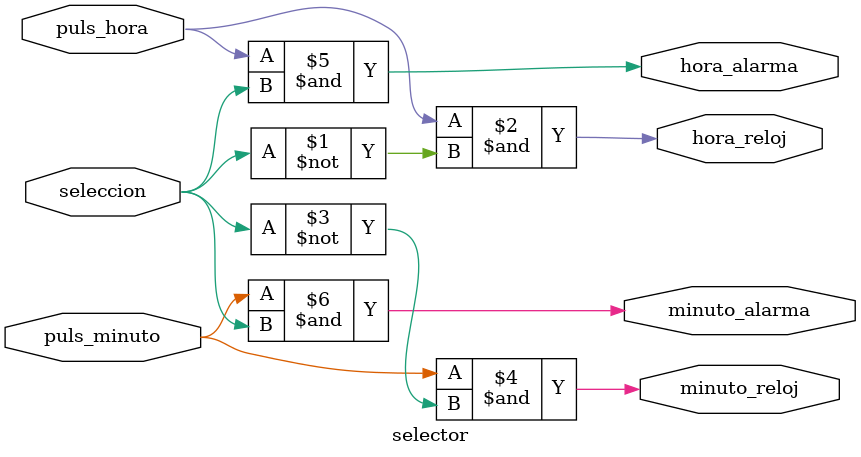
<source format=v>
`timescale 1ns / 1ps
module selector(puls_hora,
					 puls_minuto,
					 seleccion,
					 
					 hora_reloj,
					 minuto_reloj,
					 hora_alarma,
					 minuto_alarma
					 );

	input puls_hora;
	input puls_minuto;
	input seleccion;		//0, cambia reloj, 1 cambia alarma
	
	output hora_reloj;
	output minuto_reloj;
	output hora_alarma;
	output minuto_alarma;
	
	assign hora_reloj = puls_hora & ~seleccion;
	assign minuto_reloj = puls_minuto & ~seleccion;
	
	assign hora_alarma = puls_hora & seleccion;
	assign minuto_alarma = puls_minuto & seleccion;
	
	
endmodule

</source>
